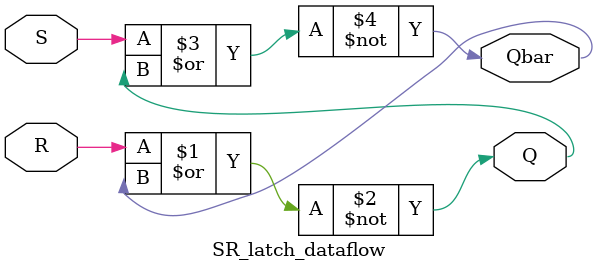
<source format=v>
`timescale 1ns / 1ps


module SR_latch_dataflow(
    input R,
    input S,
    output Q,
    output Qbar
    );
    
    // assign #2 Q_i = Q;
    // assign #2 Qbar_i = Qbar;
    assign #2 Q = ~ (R | Qbar);
    assign #2 Qbar = ~ (S | Q);
endmodule

</source>
